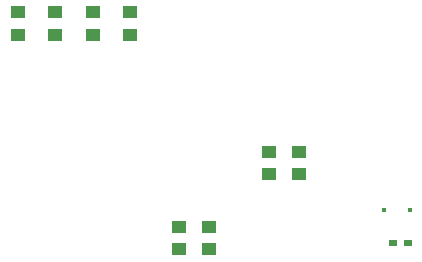
<source format=gbp>
G04 DipTrace Beta 3.0.9.0*
G04 TeensyArbotixProRPIT3.6V0.3.gbp*
%MOIN*%
G04 #@! TF.FileFunction,Paste,Bot*
G04 #@! TF.Part,Single*
%ADD72R,0.01559X0.01559*%
%ADD74R,0.027401X0.019527*%
%ADD108R,0.051023X0.043149*%
%FSLAX26Y26*%
G04*
G70*
G90*
G75*
G01*
G04 BotPaste*
%LPD*%
D108*
X2256789Y2072171D3*
Y2146974D3*
X2131789Y2072171D3*
Y2146974D3*
X2006789Y2072171D3*
Y2146974D3*
X1881789Y2072171D3*
Y2146974D3*
X2819016Y1606614D3*
Y1681418D3*
X2719016Y1606614D3*
Y1681418D3*
X2419016Y1431418D3*
Y1356614D3*
X2519016Y1431418D3*
Y1356614D3*
D74*
X3183671Y1377272D3*
X3132490D3*
D72*
X3189171Y1486538D3*
X3102557D3*
M02*

</source>
